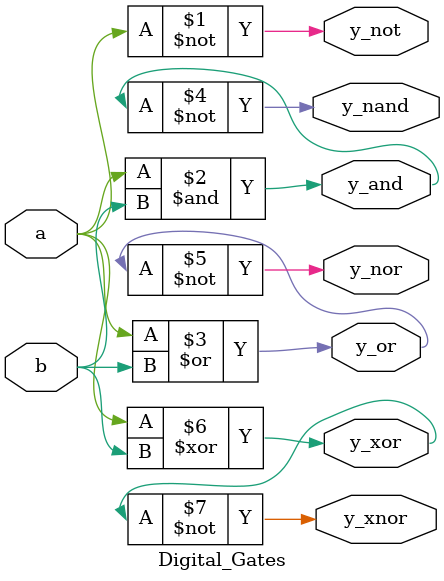
<source format=v>
`timescale 1ns / 1ps


module Digital_Gates(
    input a,b,
    output y_not,
    output y_and,y_or,
    output y_nand,y_nor,
    output y_xor,y_xnor
    );
    
    assign y_not =      ~a;         //not gate
    assign y_and =      a&b;        //and gate
    assign y_or  =      a|b;        //or gate
    assign y_nand=      ~(y_and);   //nand gate
    assign y_nor =      ~(y_or);    //nor gate
    assign y_xor =      a^b;        //xor gate
    assign y_xnor=      ~(y_xor);   //xnor gate
    
endmodule

</source>
